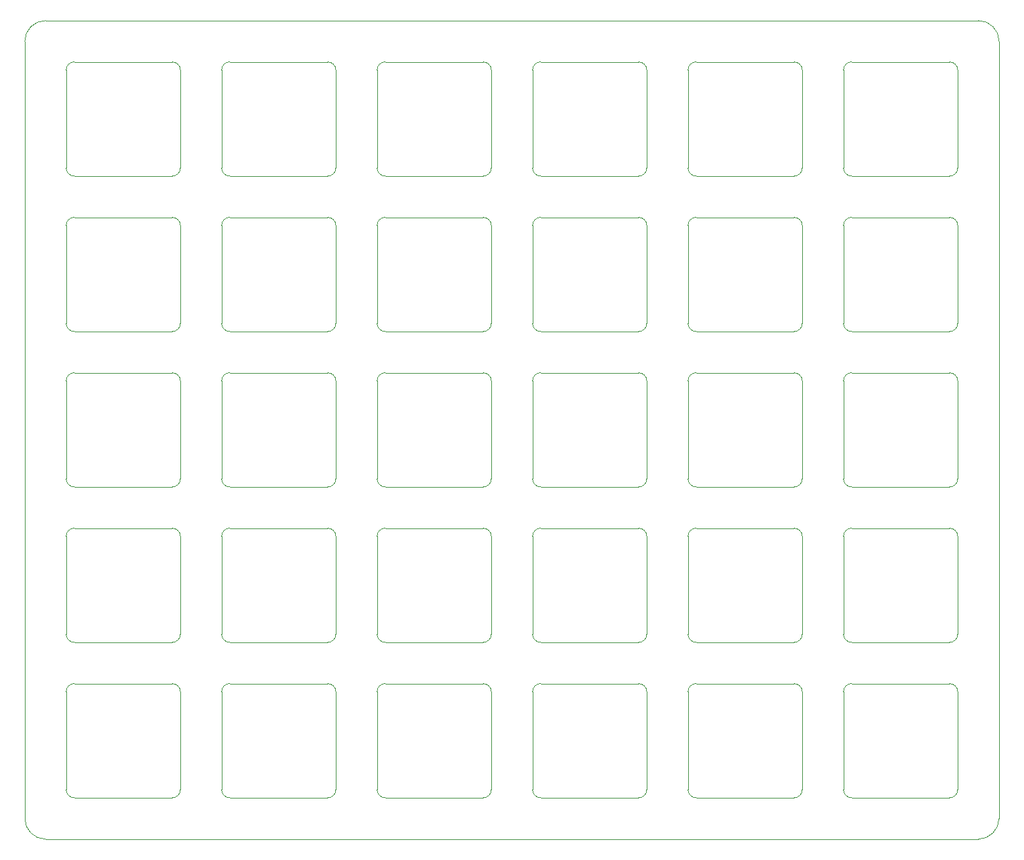
<source format=gm1>
%TF.GenerationSoftware,KiCad,Pcbnew,(6.0.5-0)*%
%TF.CreationDate,2022-06-17T01:32:23+08:00*%
%TF.ProjectId,Plate,506c6174-652e-46b6-9963-61645f706362,rev?*%
%TF.SameCoordinates,PX4bb2a98PY4bb2a98*%
%TF.FileFunction,Profile,NP*%
%FSLAX46Y46*%
G04 Gerber Fmt 4.6, Leading zero omitted, Abs format (unit mm)*
G04 Created by KiCad (PCBNEW (6.0.5-0)) date 2022-06-17 01:32:23*
%MOMM*%
%LPD*%
G01*
G04 APERTURE LIST*
%TA.AperFunction,Profile*%
%ADD10C,0.100000*%
%TD*%
%TA.AperFunction,Profile*%
%ADD11C,0.120000*%
%TD*%
G04 APERTURE END LIST*
D10*
X-59690000Y-38100000D02*
X-59690000Y57150000D01*
X-57150000Y59690000D02*
X57150000Y59690000D01*
X57150000Y-40640000D02*
X-57150000Y-40640000D01*
X-57150000Y59690000D02*
G75*
G03*
X-59690000Y57150000I0J-2540000D01*
G01*
X57150000Y-40640000D02*
G75*
G03*
X59690000Y-38100000I0J2540000D01*
G01*
X59690000Y57150000D02*
G75*
G03*
X57150000Y59690000I-2540000J0D01*
G01*
X59690000Y57150000D02*
X59690000Y-38100000D01*
X-59690000Y-38100000D02*
G75*
G03*
X-57150000Y-40640000I2540000J0D01*
G01*
D11*
X-21575000Y22575000D02*
X-21575000Y34575000D01*
X-35575000Y22575000D02*
X-35575000Y34575000D01*
X-34575000Y21575000D02*
X-22575000Y21575000D01*
X-34575000Y35575000D02*
X-22575000Y35575000D01*
X-21575000Y34575000D02*
G75*
G03*
X-22575000Y35575000I-1000000J0D01*
G01*
X-35575000Y22575000D02*
G75*
G03*
X-34575000Y21575000I999999J-1D01*
G01*
X-22575000Y21575000D02*
G75*
G03*
X-21575000Y22575000I0J1000000D01*
G01*
X-34575000Y35575000D02*
G75*
G03*
X-35575000Y34575000I-1J-999999D01*
G01*
X2525000Y-34575000D02*
X2525000Y-22575000D01*
X16525000Y-34575000D02*
X16525000Y-22575000D01*
X3525000Y-21575000D02*
X15525000Y-21575000D01*
X3525000Y-35575000D02*
X15525000Y-35575000D01*
X15525000Y-35575000D02*
G75*
G03*
X16525000Y-34575000I0J1000000D01*
G01*
X3525000Y-21575000D02*
G75*
G03*
X2525000Y-22575000I-1J-999999D01*
G01*
X16525000Y-22575000D02*
G75*
G03*
X15525000Y-21575000I-1000000J0D01*
G01*
X2525000Y-34575000D02*
G75*
G03*
X3525000Y-35575000I999999J-1D01*
G01*
X-35575000Y-15525000D02*
X-35575000Y-3525000D01*
X-34575000Y-2525000D02*
X-22575000Y-2525000D01*
X-21575000Y-15525000D02*
X-21575000Y-3525000D01*
X-34575000Y-16525000D02*
X-22575000Y-16525000D01*
X-34575000Y-2525000D02*
G75*
G03*
X-35575000Y-3525000I-1J-999999D01*
G01*
X-35575000Y-15525000D02*
G75*
G03*
X-34575000Y-16525000I999999J-1D01*
G01*
X-21575000Y-3525000D02*
G75*
G03*
X-22575000Y-2525000I-1000000J0D01*
G01*
X-22575000Y-16525000D02*
G75*
G03*
X-21575000Y-15525000I0J1000000D01*
G01*
X22575000Y35575000D02*
X34575000Y35575000D01*
X35575000Y22575000D02*
X35575000Y34575000D01*
X21575000Y22575000D02*
X21575000Y34575000D01*
X22575000Y21575000D02*
X34575000Y21575000D01*
X35575000Y34575000D02*
G75*
G03*
X34575000Y35575000I-1000000J0D01*
G01*
X22575000Y35575000D02*
G75*
G03*
X21575000Y34575000I-1J-999999D01*
G01*
X34575000Y21575000D02*
G75*
G03*
X35575000Y22575000I0J1000000D01*
G01*
X21575000Y22575000D02*
G75*
G03*
X22575000Y21575000I999999J-1D01*
G01*
X-15525000Y40625000D02*
X-3525000Y40625000D01*
X-2525000Y41625000D02*
X-2525000Y53625000D01*
X-15525000Y54625000D02*
X-3525000Y54625000D01*
X-16525000Y41625000D02*
X-16525000Y53625000D01*
X-2525000Y53625000D02*
G75*
G03*
X-3525000Y54625000I-1000000J0D01*
G01*
X-3525000Y40625000D02*
G75*
G03*
X-2525000Y41625000I0J1000000D01*
G01*
X-15525000Y54625000D02*
G75*
G03*
X-16525000Y53625000I-1J-999999D01*
G01*
X-16525000Y41625000D02*
G75*
G03*
X-15525000Y40625000I999999J-1D01*
G01*
X3525000Y40625000D02*
X15525000Y40625000D01*
X2525000Y41625000D02*
X2525000Y53625000D01*
X3525000Y54625000D02*
X15525000Y54625000D01*
X16525000Y41625000D02*
X16525000Y53625000D01*
X15525000Y40625000D02*
G75*
G03*
X16525000Y41625000I0J1000000D01*
G01*
X2525000Y41625000D02*
G75*
G03*
X3525000Y40625000I999999J-1D01*
G01*
X3525000Y54625000D02*
G75*
G03*
X2525000Y53625000I-1J-999999D01*
G01*
X16525000Y53625000D02*
G75*
G03*
X15525000Y54625000I-1000000J0D01*
G01*
X-35575000Y3525000D02*
X-35575000Y15525000D01*
X-34575000Y16525000D02*
X-22575000Y16525000D01*
X-21575000Y3525000D02*
X-21575000Y15525000D01*
X-34575000Y2525000D02*
X-22575000Y2525000D01*
X-35575000Y3525000D02*
G75*
G03*
X-34575000Y2525000I999999J-1D01*
G01*
X-34575000Y16525000D02*
G75*
G03*
X-35575000Y15525000I-1J-999999D01*
G01*
X-21575000Y15525000D02*
G75*
G03*
X-22575000Y16525000I-1000000J0D01*
G01*
X-22575000Y2525000D02*
G75*
G03*
X-21575000Y3525000I0J1000000D01*
G01*
X41625000Y-2525000D02*
X53625000Y-2525000D01*
X41625000Y-16525000D02*
X53625000Y-16525000D01*
X40625000Y-15525000D02*
X40625000Y-3525000D01*
X54625000Y-15525000D02*
X54625000Y-3525000D01*
X41625000Y-2525000D02*
G75*
G03*
X40625000Y-3525000I-1J-999999D01*
G01*
X53625000Y-16525000D02*
G75*
G03*
X54625000Y-15525000I0J1000000D01*
G01*
X54625000Y-3525000D02*
G75*
G03*
X53625000Y-2525000I-1000000J0D01*
G01*
X40625000Y-15525000D02*
G75*
G03*
X41625000Y-16525000I999999J-1D01*
G01*
X-54625000Y22575000D02*
X-54625000Y34575000D01*
X-53625000Y35575000D02*
X-41625000Y35575000D01*
X-53625000Y21575000D02*
X-41625000Y21575000D01*
X-40625000Y22575000D02*
X-40625000Y34575000D01*
X-40625000Y34575000D02*
G75*
G03*
X-41625000Y35575000I-1000000J0D01*
G01*
X-53625000Y35575000D02*
G75*
G03*
X-54625000Y34575000I-1J-999999D01*
G01*
X-41625000Y21575000D02*
G75*
G03*
X-40625000Y22575000I0J1000000D01*
G01*
X-54625000Y22575000D02*
G75*
G03*
X-53625000Y21575000I999999J-1D01*
G01*
X-15525000Y-21575000D02*
X-3525000Y-21575000D01*
X-2525000Y-34575000D02*
X-2525000Y-22575000D01*
X-15525000Y-35575000D02*
X-3525000Y-35575000D01*
X-16525000Y-34575000D02*
X-16525000Y-22575000D01*
X-15525000Y-21575000D02*
G75*
G03*
X-16525000Y-22575000I-1J-999999D01*
G01*
X-3525000Y-35575000D02*
G75*
G03*
X-2525000Y-34575000I0J1000000D01*
G01*
X-16525000Y-34575000D02*
G75*
G03*
X-15525000Y-35575000I999999J-1D01*
G01*
X-2525000Y-22575000D02*
G75*
G03*
X-3525000Y-21575000I-1000000J0D01*
G01*
X35575000Y-15525000D02*
X35575000Y-3525000D01*
X21575000Y-15525000D02*
X21575000Y-3525000D01*
X22575000Y-16525000D02*
X34575000Y-16525000D01*
X22575000Y-2525000D02*
X34575000Y-2525000D01*
X35575000Y-3525000D02*
G75*
G03*
X34575000Y-2525000I-1000000J0D01*
G01*
X22575000Y-2525000D02*
G75*
G03*
X21575000Y-3525000I-1J-999999D01*
G01*
X21575000Y-15525000D02*
G75*
G03*
X22575000Y-16525000I999999J-1D01*
G01*
X34575000Y-16525000D02*
G75*
G03*
X35575000Y-15525000I0J1000000D01*
G01*
X40625000Y3525000D02*
X40625000Y15525000D01*
X41625000Y16525000D02*
X53625000Y16525000D01*
X54625000Y3525000D02*
X54625000Y15525000D01*
X41625000Y2525000D02*
X53625000Y2525000D01*
X54625000Y15525000D02*
G75*
G03*
X53625000Y16525000I-1000000J0D01*
G01*
X40625000Y3525000D02*
G75*
G03*
X41625000Y2525000I999999J-1D01*
G01*
X53625000Y2525000D02*
G75*
G03*
X54625000Y3525000I0J1000000D01*
G01*
X41625000Y16525000D02*
G75*
G03*
X40625000Y15525000I-1J-999999D01*
G01*
X22575000Y-35575000D02*
X34575000Y-35575000D01*
X21575000Y-34575000D02*
X21575000Y-22575000D01*
X35575000Y-34575000D02*
X35575000Y-22575000D01*
X22575000Y-21575000D02*
X34575000Y-21575000D01*
X35575000Y-22575000D02*
G75*
G03*
X34575000Y-21575000I-1000000J0D01*
G01*
X34575000Y-35575000D02*
G75*
G03*
X35575000Y-34575000I0J1000000D01*
G01*
X22575000Y-21575000D02*
G75*
G03*
X21575000Y-22575000I-1J-999999D01*
G01*
X21575000Y-34575000D02*
G75*
G03*
X22575000Y-35575000I999999J-1D01*
G01*
X-15525000Y21575000D02*
X-3525000Y21575000D01*
X-16525000Y22575000D02*
X-16525000Y34575000D01*
X-15525000Y35575000D02*
X-3525000Y35575000D01*
X-2525000Y22575000D02*
X-2525000Y34575000D01*
X-3525000Y21575000D02*
G75*
G03*
X-2525000Y22575000I0J1000000D01*
G01*
X-15525000Y35575000D02*
G75*
G03*
X-16525000Y34575000I-1J-999999D01*
G01*
X-2525000Y34575000D02*
G75*
G03*
X-3525000Y35575000I-1000000J0D01*
G01*
X-16525000Y22575000D02*
G75*
G03*
X-15525000Y21575000I999999J-1D01*
G01*
X35575000Y41625000D02*
X35575000Y53625000D01*
X22575000Y54625000D02*
X34575000Y54625000D01*
X22575000Y40625000D02*
X34575000Y40625000D01*
X21575000Y41625000D02*
X21575000Y53625000D01*
X21575000Y41625000D02*
G75*
G03*
X22575000Y40625000I999999J-1D01*
G01*
X35575000Y53625000D02*
G75*
G03*
X34575000Y54625000I-1000000J0D01*
G01*
X34575000Y40625000D02*
G75*
G03*
X35575000Y41625000I0J1000000D01*
G01*
X22575000Y54625000D02*
G75*
G03*
X21575000Y53625000I-1J-999999D01*
G01*
X-2525000Y-15525000D02*
X-2525000Y-3525000D01*
X-15525000Y-16525000D02*
X-3525000Y-16525000D01*
X-15525000Y-2525000D02*
X-3525000Y-2525000D01*
X-16525000Y-15525000D02*
X-16525000Y-3525000D01*
X-2525000Y-3525000D02*
G75*
G03*
X-3525000Y-2525000I-1000000J0D01*
G01*
X-15525000Y-2525000D02*
G75*
G03*
X-16525000Y-3525000I-1J-999999D01*
G01*
X-16525000Y-15525000D02*
G75*
G03*
X-15525000Y-16525000I999999J-1D01*
G01*
X-3525000Y-16525000D02*
G75*
G03*
X-2525000Y-15525000I0J1000000D01*
G01*
X40625000Y-34575000D02*
X40625000Y-22575000D01*
X54625000Y-34575000D02*
X54625000Y-22575000D01*
X41625000Y-21575000D02*
X53625000Y-21575000D01*
X41625000Y-35575000D02*
X53625000Y-35575000D01*
X54625000Y-22575000D02*
G75*
G03*
X53625000Y-21575000I-1000000J0D01*
G01*
X41625000Y-21575000D02*
G75*
G03*
X40625000Y-22575000I-1J-999999D01*
G01*
X40625000Y-34575000D02*
G75*
G03*
X41625000Y-35575000I999999J-1D01*
G01*
X53625000Y-35575000D02*
G75*
G03*
X54625000Y-34575000I0J1000000D01*
G01*
X54625000Y41625000D02*
X54625000Y53625000D01*
X40625000Y41625000D02*
X40625000Y53625000D01*
X41625000Y40625000D02*
X53625000Y40625000D01*
X41625000Y54625000D02*
X53625000Y54625000D01*
X40625000Y41625000D02*
G75*
G03*
X41625000Y40625000I999999J-1D01*
G01*
X41625000Y54625000D02*
G75*
G03*
X40625000Y53625000I-1J-999999D01*
G01*
X54625000Y53625000D02*
G75*
G03*
X53625000Y54625000I-1000000J0D01*
G01*
X53625000Y40625000D02*
G75*
G03*
X54625000Y41625000I0J1000000D01*
G01*
X22575000Y16525000D02*
X34575000Y16525000D01*
X21575000Y3525000D02*
X21575000Y15525000D01*
X35575000Y3525000D02*
X35575000Y15525000D01*
X22575000Y2525000D02*
X34575000Y2525000D01*
X22575000Y16525000D02*
G75*
G03*
X21575000Y15525000I-1J-999999D01*
G01*
X34575000Y2525000D02*
G75*
G03*
X35575000Y3525000I0J1000000D01*
G01*
X35575000Y15525000D02*
G75*
G03*
X34575000Y16525000I-1000000J0D01*
G01*
X21575000Y3525000D02*
G75*
G03*
X22575000Y2525000I999999J-1D01*
G01*
X-54625000Y3525000D02*
X-54625000Y15525000D01*
X-53625000Y16525000D02*
X-41625000Y16525000D01*
X-40625000Y3525000D02*
X-40625000Y15525000D01*
X-53625000Y2525000D02*
X-41625000Y2525000D01*
X-40625000Y15525000D02*
G75*
G03*
X-41625000Y16525000I-1000000J0D01*
G01*
X-41625000Y2525000D02*
G75*
G03*
X-40625000Y3525000I0J1000000D01*
G01*
X-53625000Y16525000D02*
G75*
G03*
X-54625000Y15525000I-1J-999999D01*
G01*
X-54625000Y3525000D02*
G75*
G03*
X-53625000Y2525000I999999J-1D01*
G01*
X3525000Y2525000D02*
X15525000Y2525000D01*
X2525000Y3525000D02*
X2525000Y15525000D01*
X3525000Y16525000D02*
X15525000Y16525000D01*
X16525000Y3525000D02*
X16525000Y15525000D01*
X15525000Y2525000D02*
G75*
G03*
X16525000Y3525000I0J1000000D01*
G01*
X3525000Y16525000D02*
G75*
G03*
X2525000Y15525000I-1J-999999D01*
G01*
X2525000Y3525000D02*
G75*
G03*
X3525000Y2525000I999999J-1D01*
G01*
X16525000Y15525000D02*
G75*
G03*
X15525000Y16525000I-1000000J0D01*
G01*
X40625000Y22575000D02*
X40625000Y34575000D01*
X54625000Y22575000D02*
X54625000Y34575000D01*
X41625000Y35575000D02*
X53625000Y35575000D01*
X41625000Y21575000D02*
X53625000Y21575000D01*
X53625000Y21575000D02*
G75*
G03*
X54625000Y22575000I0J1000000D01*
G01*
X54625000Y34575000D02*
G75*
G03*
X53625000Y35575000I-1000000J0D01*
G01*
X41625000Y35575000D02*
G75*
G03*
X40625000Y34575000I-1J-999999D01*
G01*
X40625000Y22575000D02*
G75*
G03*
X41625000Y21575000I999999J-1D01*
G01*
X-15525000Y2525000D02*
X-3525000Y2525000D01*
X-16525000Y3525000D02*
X-16525000Y15525000D01*
X-15525000Y16525000D02*
X-3525000Y16525000D01*
X-2525000Y3525000D02*
X-2525000Y15525000D01*
X-2525000Y15525000D02*
G75*
G03*
X-3525000Y16525000I-1000000J0D01*
G01*
X-16525000Y3525000D02*
G75*
G03*
X-15525000Y2525000I999999J-1D01*
G01*
X-15525000Y16525000D02*
G75*
G03*
X-16525000Y15525000I-1J-999999D01*
G01*
X-3525000Y2525000D02*
G75*
G03*
X-2525000Y3525000I0J1000000D01*
G01*
X3525000Y-2525000D02*
X15525000Y-2525000D01*
X3525000Y-16525000D02*
X15525000Y-16525000D01*
X16525000Y-15525000D02*
X16525000Y-3525000D01*
X2525000Y-15525000D02*
X2525000Y-3525000D01*
X15525000Y-16525000D02*
G75*
G03*
X16525000Y-15525000I0J1000000D01*
G01*
X2525000Y-15525000D02*
G75*
G03*
X3525000Y-16525000I999999J-1D01*
G01*
X16525000Y-3525000D02*
G75*
G03*
X15525000Y-2525000I-1000000J0D01*
G01*
X3525000Y-2525000D02*
G75*
G03*
X2525000Y-3525000I-1J-999999D01*
G01*
X2525000Y22575000D02*
X2525000Y34575000D01*
X3525000Y21575000D02*
X15525000Y21575000D01*
X16525000Y22575000D02*
X16525000Y34575000D01*
X3525000Y35575000D02*
X15525000Y35575000D01*
X3525000Y35575000D02*
G75*
G03*
X2525000Y34575000I-1J-999999D01*
G01*
X15525000Y21575000D02*
G75*
G03*
X16525000Y22575000I0J1000000D01*
G01*
X16525000Y34575000D02*
G75*
G03*
X15525000Y35575000I-1000000J0D01*
G01*
X2525000Y22575000D02*
G75*
G03*
X3525000Y21575000I999999J-1D01*
G01*
X-21575000Y41625000D02*
X-21575000Y53625000D01*
X-34575000Y54625000D02*
X-22575000Y54625000D01*
X-35575000Y41625000D02*
X-35575000Y53625000D01*
X-34575000Y40625000D02*
X-22575000Y40625000D01*
X-34575000Y54625000D02*
G75*
G03*
X-35575000Y53625000I-1J-999999D01*
G01*
X-21575000Y53625000D02*
G75*
G03*
X-22575000Y54625000I-1000000J0D01*
G01*
X-22575000Y40625000D02*
G75*
G03*
X-21575000Y41625000I0J1000000D01*
G01*
X-35575000Y41625000D02*
G75*
G03*
X-34575000Y40625000I999999J-1D01*
G01*
X-53625000Y40625000D02*
X-41625000Y40625000D01*
X-54625000Y41625000D02*
X-54625000Y53625000D01*
X-40625000Y41625000D02*
X-40625000Y53625000D01*
X-53625000Y54625000D02*
X-41625000Y54625000D01*
X-54625000Y41625000D02*
G75*
G03*
X-53625000Y40625000I999999J-1D01*
G01*
X-40625000Y53625000D02*
G75*
G03*
X-41625000Y54625000I-1000000J0D01*
G01*
X-41625000Y40625000D02*
G75*
G03*
X-40625000Y41625000I0J1000000D01*
G01*
X-53625000Y54625000D02*
G75*
G03*
X-54625000Y53625000I-1J-999999D01*
G01*
X-54625000Y-15525000D02*
X-54625000Y-3525000D01*
X-53625000Y-2525000D02*
X-41625000Y-2525000D01*
X-40625000Y-15525000D02*
X-40625000Y-3525000D01*
X-53625000Y-16525000D02*
X-41625000Y-16525000D01*
X-41625000Y-16525000D02*
G75*
G03*
X-40625000Y-15525000I0J1000000D01*
G01*
X-40625000Y-3525000D02*
G75*
G03*
X-41625000Y-2525000I-1000000J0D01*
G01*
X-54625000Y-15525000D02*
G75*
G03*
X-53625000Y-16525000I999999J-1D01*
G01*
X-53625000Y-2525000D02*
G75*
G03*
X-54625000Y-3525000I-1J-999999D01*
G01*
X-54625000Y-34575000D02*
X-54625000Y-22575000D01*
X-53625000Y-35575000D02*
X-41625000Y-35575000D01*
X-53625000Y-21575000D02*
X-41625000Y-21575000D01*
X-40625000Y-34575000D02*
X-40625000Y-22575000D01*
X-40625000Y-22575000D02*
G75*
G03*
X-41625000Y-21575000I-1000000J0D01*
G01*
X-53625000Y-21575000D02*
G75*
G03*
X-54625000Y-22575000I-1J-999999D01*
G01*
X-54625000Y-34575000D02*
G75*
G03*
X-53625000Y-35575000I999999J-1D01*
G01*
X-41625000Y-35575000D02*
G75*
G03*
X-40625000Y-34575000I0J1000000D01*
G01*
X-21575000Y-34575000D02*
X-21575000Y-22575000D01*
X-35575000Y-34575000D02*
X-35575000Y-22575000D01*
X-34575000Y-21575000D02*
X-22575000Y-21575000D01*
X-34575000Y-35575000D02*
X-22575000Y-35575000D01*
X-21575000Y-22575000D02*
G75*
G03*
X-22575000Y-21575000I-1000000J0D01*
G01*
X-22575000Y-35575000D02*
G75*
G03*
X-21575000Y-34575000I0J1000000D01*
G01*
X-35575000Y-34575000D02*
G75*
G03*
X-34575000Y-35575000I999999J-1D01*
G01*
X-34575000Y-21575000D02*
G75*
G03*
X-35575000Y-22575000I-1J-999999D01*
G01*
M02*

</source>
